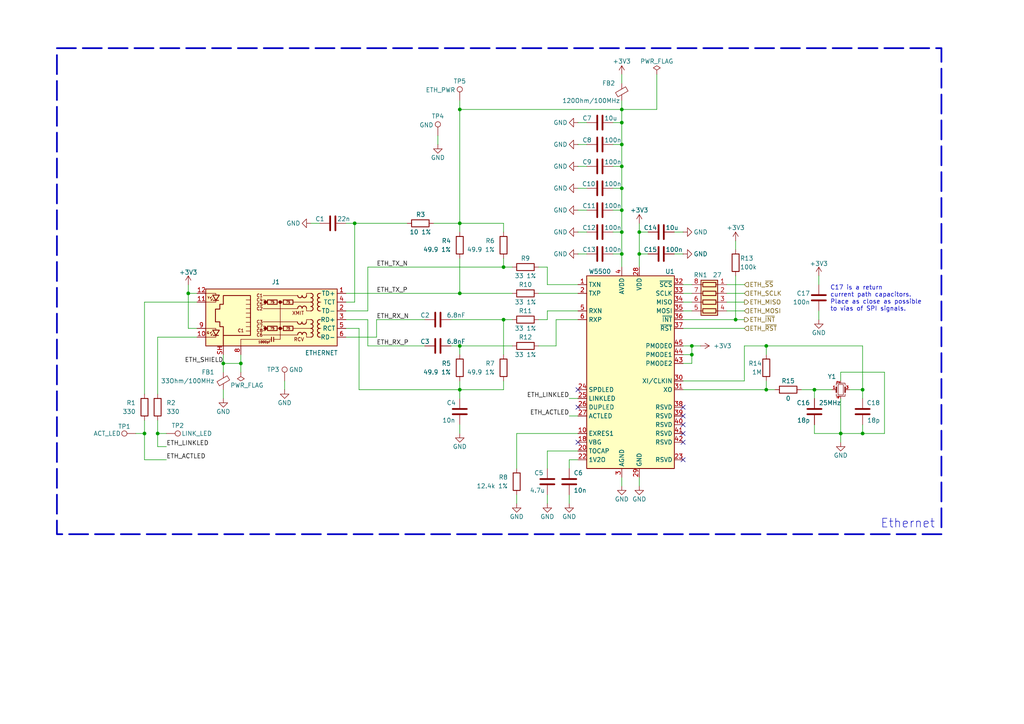
<source format=kicad_sch>
(kicad_sch (version 20231120) (generator "eeschema") (generator_version "8.0")
  (paper "A4")
  (title_block (title "YukaLink rev. D") (date "2024-10-23") (comment 2 "Designed by: Dmitry Rezvanov (https://github.com/Misaka0x2730)"))
  (lib_symbols
    (symbol "Connector:RJ45_Hanrun_HR911105A_Horizontal"
      (property "Reference" "J" (at 18.415 10.16 0))
      (property "Value" "RJ45_Hanrun_HR911105A_Horizontal" (at -19.05 10.16 0))
      (symbol "RJ45_Hanrun_HR911105A_Horizontal_0_0"
        (circle (center -1.27 -2.54) (radius 0.0001) (stroke (width 0.508)))
        (circle (center -1.27 5.08) (radius 0.0001) (stroke (width 0.508)))
        (polyline (pts (xy -1.27 5.08) (xy -1.27 -5.715)))
        (polyline (pts (xy 0.635 -5.08) (xy 0.635 -6.35)) (stroke (width 0.254)))
        (polyline (pts (xy 1.27 -5.08) (xy 1.27 -6.35)) (stroke (width 0.254)))
        (polyline (pts (xy 3.048 -2.54) (xy 2.54 -2.54)))
        (polyline (pts (xy 3.048 5.08) (xy 2.54 5.08)))
        (polyline (pts (xy 17.399 -3.048) (xy 17.399 -2.54) (xy 20.32 -2.54)))
        (polyline (pts (xy 17.399 7.112) (xy 17.399 7.62) (xy 20.32 7.62)))
        (polyline (pts (xy 20.32 -5.08) (xy 17.399 -5.08) (xy 17.399 -4.572)))
        (polyline (pts (xy 20.32 5.08) (xy 17.399 5.08) (xy 17.399 5.588)))
        (polyline (pts (xy 3.683 -1.905) (xy 3.048 -1.905) (xy 3.048 -3.175) (xy 3.683 -3.175)))
        (polyline (pts (xy 3.683 5.715) (xy 3.048 5.715) (xy 3.048 4.445) (xy 3.683 4.445)))
        (circle (center 3.048 -2.54) (radius 0.0001) (stroke (width 0.508)))
        (circle (center 3.048 5.08) (radius 0.0001) (stroke (width 0.508)))
        (text "C1" (at 4.699 6.985 0) (effects (font (size 0.889 0.889))))
        (text "C1" (at 10.16 -3.175 0) (effects (font (size 0.889 0.889))))
        (text "C2" (at 4.699 3.175 0) (effects (font (size 0.889 0.889))))
        (text "C3" (at 4.699 -0.635 0) (effects (font (size 0.889 0.889))))
        (text "C4" (at 4.699 5.715 0) (effects (font (size 0.889 0.889))))
        (text "C5" (at 4.699 4.445 0) (effects (font (size 0.889 0.889))))
        (text "C6" (at 4.699 -4.445 0) (effects (font (size 0.889 0.889))))
        (text "C7" (at 4.699 -1.905 0) (effects (font (size 0.889 0.889))))
        (text "C8" (at 4.699 -3.175 0) (effects (font (size 0.889 0.889))))
        (text "RCV" (at -8.255 -5.715 0) (effects (font (size 1.016 1.016)) (justify left)))
        (text "XMIT" (at -8.255 1.905 0) (effects (font (size 1.016 1.016)) (justify left)))
      )
      (symbol "RJ45_Hanrun_HR911105A_Horizontal_0_1"
        (rectangle (start -17.78 8.89) (end 20.32 -7.62) (stroke (width 0.254)) (fill (type background)))
        (polyline (pts (xy -12.7 -5.08) (xy -13.081 -5.08)))
        (polyline (pts (xy -12.7 -2.54) (xy -13.081 -2.54)))
        (polyline (pts (xy -12.7 0) (xy -13.081 0)))
        (polyline (pts (xy -12.7 2.54) (xy -13.081 2.54)))
        (polyline (pts (xy -12.7 5.08) (xy -13.081 5.08)))
        (polyline (pts (xy -12.7 7.62) (xy -13.081 7.62)))
        (polyline (pts (xy -6.35 -4.445) (xy 3.683 -4.445)))
        (polyline (pts (xy -6.35 3.175) (xy 3.683 3.175)))
        (polyline (pts (xy -6.35 6.985) (xy 3.683 6.985)))
        (polyline (pts (xy -6.223 -0.635) (xy 3.683 -0.635)))
        (polyline (pts (xy -5.08 -2.54) (xy -10.16 -2.54)))
        (polyline (pts (xy -4.953 5.08) (xy -10.16 5.08)))
        (polyline (pts (xy -2.159 -2.54) (xy -0.381 -2.54)))
        (polyline (pts (xy -2.159 5.08) (xy -0.381 5.08)))
        (polyline (pts (xy 0.635 -5.715) (xy -1.27 -5.715)))
        (polyline (pts (xy 7.366 -2.032) (xy 8.636 -2.032)))
        (polyline (pts (xy 7.366 -0.762) (xy 8.636 -0.762)))
        (polyline (pts (xy 7.366 0.635) (xy 8.636 0.635)))
        (polyline (pts (xy 7.366 1.905) (xy 8.636 1.905)))
        (polyline (pts (xy 7.366 3.175) (xy 8.636 3.175)))
        (polyline (pts (xy 8.636 -3.302) (xy 7.366 -3.302)))
        (polyline (pts (xy 8.636 4.445) (xy 7.366 4.445)))
        (polyline (pts (xy 8.636 5.715) (xy 7.366 5.715)))
        (polyline (pts (xy 10.16 -5.715) (xy 1.27 -5.715)))
        (polyline (pts (xy 10.16 -5.715) (xy 10.16 -7.62)))
        (polyline (pts (xy -10.16 0) (xy -8.89 0) (xy -8.89 -0.635)))
        (polyline (pts (xy -10.16 7.62) (xy -8.89 7.62) (xy -8.89 6.985)))
        (polyline (pts (xy -8.89 -4.445) (xy -8.89 -5.08) (xy -10.16 -5.08)))
        (polyline (pts (xy -8.89 3.175) (xy -8.89 2.54) (xy -10.16 2.54)))
      )
      (symbol "RJ45_Hanrun_HR911105A_Horizontal_1_0"
        (text "1000pF" (at 3.302 -6.477 0) (effects (font (size 0.635 0.635))))
      )
      (symbol "RJ45_Hanrun_HR911105A_Horizontal_1_1"
        (arc (start -12.7 -1.27) (mid -12.0677 -0.635) (end -12.7 0) (stroke (width 0.254)))
        (arc (start -12.6973 -5.08) (mid -12.065 -4.445) (end -12.6973 -3.81) (stroke (width 0.254)))
        (arc (start -12.6973 -3.81) (mid -12.065 -3.175) (end -12.6973 -2.54) (stroke (width 0.254)))
        (arc (start -12.6973 -2.54) (mid -12.065 -1.905) (end -12.6973 -1.27) (stroke (width 0.254)))
        (arc (start -12.6973 6.35) (mid -12.065 6.985) (end -12.6973 7.62) (stroke (width 0.254)))
        (arc (start -12.6946 2.54) (mid -12.0623 3.175) (end -12.6946 3.81) (stroke (width 0.254)))
        (arc (start -12.6946 3.81) (mid -12.0623 4.445) (end -12.6946 5.08) (stroke (width 0.254)))
        (arc (start -12.6946 5.08) (mid -12.0623 5.715) (end -12.6946 6.35) (stroke (width 0.254)))
        (arc (start -10.1654 -2.54) (mid -10.7977 -3.175) (end -10.1654 -3.81) (stroke (width 0.254)))
        (arc (start -10.1654 -1.27) (mid -10.7977 -1.905) (end -10.1654 -2.54) (stroke (width 0.254)))
        (arc (start -10.1654 0) (mid -10.7977 -0.635) (end -10.1654 -1.27) (stroke (width 0.254)))
        (arc (start -10.1654 5.08) (mid -10.7977 4.445) (end -10.1654 3.81) (stroke (width 0.254)))
        (arc (start -10.1654 6.35) (mid -10.7977 5.715) (end -10.1654 5.08) (stroke (width 0.254)))
        (arc (start -10.1654 7.62) (mid -10.7977 6.985) (end -10.1654 6.35) (stroke (width 0.254)))
        (arc (start -10.1627 -3.81) (mid -10.795 -4.445) (end -10.1627 -5.08) (stroke (width 0.254)))
        (arc (start -10.1627 3.81) (mid -10.795 3.175) (end -10.1627 2.54) (stroke (width 0.254)))
        (arc (start -8.89 6.9823) (mid -8.255 6.35) (end -7.62 6.9823) (stroke (width 0.254)))
        (arc (start -8.8265 -0.7012) (mid -8.1915 -1.3335) (end -7.5565 -0.7012) (stroke (width 0.254)))
        (arc (start -7.62 -4.3153) (mid -8.255 -3.683) (end -8.89 -4.3153) (stroke (width 0.254)))
        (arc (start -7.62 3.3047) (mid -8.255 3.937) (end -8.89 3.3047) (stroke (width 0.254)))
        (arc (start -7.62 6.985) (mid -6.985 6.3527) (end -6.35 6.985) (stroke (width 0.254)))
        (arc (start -7.5565 -0.6985) (mid -6.9215 -1.3308) (end -6.2865 -0.6985) (stroke (width 0.254)))
        (arc (start -6.35 -4.3126) (mid -6.985 -3.6803) (end -7.62 -4.3126) (stroke (width 0.254)))
        (arc (start -6.35 3.3074) (mid -6.985 3.9397) (end -7.62 3.3074) (stroke (width 0.254)))
        (rectangle (start -4.953 -1.905) (end -2.159 -3.175) (stroke (width 0.254)))
        (rectangle (start -4.953 5.715) (end -2.159 4.445) (stroke (width 0.254)))
        (rectangle (start -0.381 -1.905) (end 2.413 -3.175) (stroke (width 0.254)))
        (rectangle (start -0.381 5.715) (end 2.413 4.445) (stroke (width 0.254)))
        (polyline (pts (xy 15.24 -7.62) (xy 15.24 -4.572)) (stroke (width 0.254)))
        (polyline (pts (xy 18.161 -4.572) (xy 16.637 -4.572)) (stroke (width 0.254)))
        (polyline (pts (xy 18.161 5.588) (xy 16.637 5.588)) (stroke (width 0.254)))
        (polyline (pts (xy 18.796 -4.572) (xy 18.796 -4.318)))
        (polyline (pts (xy 18.796 5.588) (xy 18.796 5.842)))
        (polyline (pts (xy 19.05 -3.937) (xy 19.05 -3.683)))
        (polyline (pts (xy 19.05 6.223) (xy 19.05 6.477)))
        (polyline (pts (xy 18.288 -4.064) (xy 18.796 -4.572) (xy 18.542 -4.572)))
        (polyline (pts (xy 18.288 6.096) (xy 18.796 5.588) (xy 18.542 5.588)))
        (polyline (pts (xy 18.542 -3.429) (xy 19.05 -3.937) (xy 18.796 -3.937)))
        (polyline (pts (xy 18.542 6.731) (xy 19.05 6.223) (xy 18.796 6.223)))
        (polyline (pts (xy 18.288 -3.048) (xy 16.383 -3.048) (xy 17.399 -4.572) (xy 18.288 -3.048)) (stroke (width 0.254)))
        (polyline (pts (xy 18.288 7.112) (xy 16.383 7.112) (xy 17.399 5.588) (xy 18.288 7.112)) (stroke (width 0.254)))
        (polyline (pts (xy 7.366 -4.572) (xy 7.366 6.985) (xy 15.24 6.985) (xy 15.24 4.445) (xy 16.256 4.445) (xy 16.256 3.048) (xy 17.526 3.048) (xy 17.526 -0.635) (xy 16.256 -0.635) (xy 16.256 -2.032) (xy 15.24 -2.032) (xy 15.24 -4.572) (xy 7.366 -4.572)) (stroke (width 0.254)))
        (text "75" (at -3.556 -2.54 0) (effects (font (size 0.635 0.635))))
        (text "75" (at -3.556 5.08 0) (effects (font (size 0.635 0.635))))
        (text "75" (at 1.016 -2.54 0) (effects (font (size 0.635 0.635))))
        (text "75" (at 1.016 5.08 0) (effects (font (size 0.635 0.635))))
        (text "G" (at 19.685 -3.81 0) (effects (font (size 0.635 0.635))))
        (text "Y" (at 19.558 6.35 0) (effects (font (size 0.635 0.635))))
        (pin passive line (at -20.32 7.62 0) (length 2.54) (name "TD+") (number "1"))
        (pin passive line (at 22.86 -5.08 180) (length 2.54) (name "") (number "10"))
        (pin passive line (at 22.86 5.08 180) (length 2.54) (name "") (number "11"))
        (pin passive line (at 22.86 7.62 180) (length 2.54) (name "") (number "12"))
        (pin passive line (at -20.32 2.54 0) (length 2.54) (name "TD-") (number "2"))
        (pin passive line (at -20.32 0 0) (length 2.54) (name "RD+") (number "3"))
        (pin passive line (at -20.32 5.08 0) (length 2.54) (name "TCT") (number "4"))
        (pin passive line (at -20.32 -2.54 0) (length 2.54) (name "RCT") (number "5"))
        (pin passive line (at -20.32 -5.08 0) (length 2.54) (name "RD-") (number "6"))
        (pin no_connect line (at 20.32 0 0) (length 0) hide (name "NC") (number "7"))
        (pin power_in line (at 10.16 -10.16 90) (length 2.54) (name "") (number "8"))
        (pin passive line (at 22.86 -2.54 180) (length 2.54) (name "") (number "9"))
        (pin passive line (at 15.24 -10.16 90) (length 2.54) (name "") (number "SH"))
      )
    )
    (symbol "Connector:TestPoint" (pin_numbers hide) (pin_names (offset 0.762) hide)
      (property "Reference" "TP" (at 0 6.858 0))
      (property "Value" "TestPoint" (at 0 5.08 0))
      (symbol "TestPoint_0_1"
        (circle (center 0 3.302) (radius 0.762))
      )
      (symbol "TestPoint_1_1"
        (pin passive line (at 0 0 90) (length 2.54) (name "1") (number "1"))
      )
    )
    (symbol "Device:C" (pin_numbers hide) (pin_names (offset 0.254))
      (property "Reference" "C" (at 0.635 2.54 0))
      (property "Value" "C" (at 0.635 -2.54 0))
      (symbol "C_0_1"
        (polyline (pts (xy -2.032 -0.762) (xy 2.032 -0.762)) (stroke (width 0.508)))
        (polyline (pts (xy -2.032 0.762) (xy 2.032 0.762)) (stroke (width 0.508)))
      )
      (symbol "C_1_1"
        (pin passive line (at 0 3.81 270) (length 2.794) (name "~") (number "1"))
        (pin passive line (at 0 -3.81 90) (length 2.794) (name "~") (number "2"))
      )
    )
    (symbol "Device:Crystal_GND24_Small" (pin_names (offset 1.016) hide)
      (property "Reference" "Y" (at 1.27 4.445 0))
      (property "Value" "Crystal_GND24_Small" (at 1.27 2.54 0))
      (symbol "Crystal_GND24_Small_0_1"
        (rectangle (start -0.762 -1.524) (end 0.762 1.524))
        (polyline (pts (xy -1.27 -0.762) (xy -1.27 0.762)) (stroke (width 0.381)))
        (polyline (pts (xy 1.27 -0.762) (xy 1.27 0.762)) (stroke (width 0.381)))
        (polyline (pts (xy -1.27 -1.27) (xy -1.27 -1.905) (xy 1.27 -1.905) (xy 1.27 -1.27)))
        (polyline (pts (xy -1.27 1.27) (xy -1.27 1.905) (xy 1.27 1.905) (xy 1.27 1.27)))
      )
      (symbol "Crystal_GND24_Small_1_1"
        (pin passive line (at -2.54 0 0) (length 1.27) (name "1") (number "1"))
        (pin passive line (at 0 -2.54 90) (length 0.635) (name "2") (number "2"))
        (pin passive line (at 2.54 0 180) (length 1.27) (name "3") (number "3"))
        (pin passive line (at 0 2.54 270) (length 0.635) (name "4") (number "4"))
      )
    )
    (symbol "Device:FerriteBead_Small" (pin_numbers hide) (pin_names (offset 0))
      (property "Reference" "FB" (at 1.905 1.27 0))
      (property "Value" "FerriteBead_Small" (at 1.905 -1.27 0))
      (symbol "FerriteBead_Small_0_1"
        (polyline (pts (xy 0 -1.27) (xy 0 -0.7874)))
        (polyline (pts (xy 0 0.889) (xy 0 1.2954)))
        (polyline (pts (xy -1.8288 0.2794) (xy -1.1176 1.4986) (xy 1.8288 -0.2032) (xy 1.1176 -1.4224) (xy -1.8288 0.2794)))
      )
      (symbol "FerriteBead_Small_1_1"
        (pin passive line (at 0 2.54 270) (length 1.27) (name "~") (number "1"))
        (pin passive line (at 0 -2.54 90) (length 1.27) (name "~") (number "2"))
      )
    )
    (symbol "Device:R" (pin_numbers hide) (pin_names (offset 0))
      (property "Reference" "R" (at 2.032 0 90))
      (property "Value" "R" (at 0 0 90))
      (symbol "R_0_1"
        (rectangle (start -1.016 -2.54) (end 1.016 2.54) (stroke (width 0.254)))
      )
      (symbol "R_1_1"
        (pin passive line (at 0 3.81 270) (length 1.27) (name "~") (number "1"))
        (pin passive line (at 0 -3.81 90) (length 1.27) (name "~") (number "2"))
      )
    )
    (symbol "Device:R_Pack04" (pin_names (offset 0) hide)
      (property "Reference" "RN" (at -7.62 0 90))
      (property "Value" "R_Pack04" (at 5.08 0 90))
      (symbol "R_Pack04_0_1"
        (rectangle (start -6.35 -2.413) (end 3.81 2.413) (stroke (width 0.254)) (fill (type background)))
        (rectangle (start -5.715 1.905) (end -4.445 -1.905) (stroke (width 0.254)))
        (rectangle (start -3.175 1.905) (end -1.905 -1.905) (stroke (width 0.254)))
        (rectangle (start -0.635 1.905) (end 0.635 -1.905) (stroke (width 0.254)))
        (polyline (pts (xy -5.08 -2.54) (xy -5.08 -1.905)))
        (polyline (pts (xy -5.08 1.905) (xy -5.08 2.54)))
        (polyline (pts (xy -2.54 -2.54) (xy -2.54 -1.905)))
        (polyline (pts (xy -2.54 1.905) (xy -2.54 2.54)))
        (polyline (pts (xy 0 -2.54) (xy 0 -1.905)))
        (polyline (pts (xy 0 1.905) (xy 0 2.54)))
        (polyline (pts (xy 2.54 -2.54) (xy 2.54 -1.905)))
        (polyline (pts (xy 2.54 1.905) (xy 2.54 2.54)))
        (rectangle (start 1.905 1.905) (end 3.175 -1.905) (stroke (width 0.254)))
      )
      (symbol "R_Pack04_1_1"
        (pin passive line (at -5.08 -5.08 90) (length 2.54) (name "R1.1") (number "1"))
        (pin passive line (at -2.54 -5.08 90) (length 2.54) (name "R2.1") (number "2"))
        (pin passive line (at 0 -5.08 90) (length 2.54) (name "R3.1") (number "3"))
        (pin passive line (at 2.54 -5.08 90) (length 2.54) (name "R4.1") (number "4"))
        (pin passive line (at 2.54 5.08 270) (length 2.54) (name "R4.2") (number "5"))
        (pin passive line (at 0 5.08 270) (length 2.54) (name "R3.2") (number "6"))
        (pin passive line (at -2.54 5.08 270) (length 2.54) (name "R2.2") (number "7"))
        (pin passive line (at -5.08 5.08 270) (length 2.54) (name "R1.2") (number "8"))
      )
    )
    (symbol "Interface_Ethernet:W5500"
      (property "Reference" "U" (at -11.43 29.21 0))
      (property "Value" "W5500" (at 8.89 29.21 0))
      (symbol "W5500_0_1"
        (rectangle (start -12.7 27.94) (end 12.7 -27.94) (stroke (width 0.254)) (fill (type background)))
      )
      (symbol "W5500_1_1"
        (pin output line (at 15.24 25.4 180) (length 2.54) (name "TXN") (number "1"))
        (pin passive line (at 15.24 -17.78 180) (length 2.54) (name "EXRES1") (number "10"))
        (pin passive line (at 2.54 30.48 270) (length 2.54) hide (name "AVDD") (number "11"))
        (pin no_connect line (at 12.7 7.62 180) (length 2.54) hide (name "NC") (number "12"))
        (pin no_connect line (at 12.7 5.08 180) (length 2.54) hide (name "NC") (number "13"))
        (pin passive line (at 2.54 -30.48 90) (length 2.54) hide (name "AGND") (number "14"))
        (pin passive line (at 2.54 30.48 270) (length 2.54) hide (name "AVDD") (number "15"))
        (pin passive line (at 2.54 -30.48 90) (length 2.54) hide (name "AGND") (number "16"))
        (pin passive line (at 2.54 30.48 270) (length 2.54) hide (name "AVDD") (number "17"))
        (pin passive line (at 15.24 -20.32 180) (length 2.54) (name "VBG") (number "18"))
        (pin passive line (at 2.54 -30.48 90) (length 2.54) hide (name "AGND") (number "19"))
        (pin output line (at 15.24 22.86 180) (length 2.54) (name "TXP") (number "2"))
        (pin passive line (at 15.24 -22.86 180) (length 2.54) (name "TOCAP") (number "20"))
        (pin passive line (at 2.54 30.48 270) (length 2.54) hide (name "AVDD") (number "21"))
        (pin output line (at 15.24 -25.4 180) (length 2.54) (name "1V2O") (number "22"))
        (pin input line (at -15.24 -25.4 0) (length 2.54) (name "RSVD") (number "23"))
        (pin output line (at 15.24 -5.08 180) (length 2.54) (name "SPDLED") (number "24"))
        (pin output line (at 15.24 -7.62 180) (length 2.54) (name "LINKLED") (number "25"))
        (pin output line (at 15.24 -10.16 180) (length 2.54) (name "DUPLED") (number "26"))
        (pin output line (at 15.24 -12.7 180) (length 2.54) (name "ACTLED") (number "27"))
        (pin power_in line (at -2.54 30.48 270) (length 2.54) (name "VDD") (number "28"))
        (pin power_in line (at -2.54 -30.48 90) (length 2.54) (name "GND") (number "29"))
        (pin power_in line (at 2.54 -30.48 90) (length 2.54) (name "AGND") (number "3"))
        (pin input line (at -15.24 -2.54 0) (length 2.54) (name "XI/CLKIN") (number "30"))
        (pin output line (at -15.24 -5.08 0) (length 2.54) (name "XO") (number "31"))
        (pin input line (at -15.24 25.4 0) (length 2.54) (name "~{SCS}") (number "32"))
        (pin input line (at -15.24 22.86 0) (length 2.54) (name "SCLK") (number "33"))
        (pin output line (at -15.24 20.32 0) (length 2.54) (name "MISO") (number "34"))
        (pin input line (at -15.24 17.78 0) (length 2.54) (name "MOSI") (number "35"))
        (pin input line (at -15.24 15.24 0) (length 2.54) (name "~{INT}") (number "36"))
        (pin input line (at -15.24 12.7 0) (length 2.54) (name "~{RST}") (number "37"))
        (pin input line (at -15.24 -10.16 0) (length 2.54) (name "RSVD") (number "38"))
        (pin input line (at -15.24 -12.7 0) (length 2.54) (name "RSVD") (number "39"))
        (pin power_in line (at 2.54 30.48 270) (length 2.54) (name "AVDD") (number "4"))
        (pin input line (at -15.24 -15.24 0) (length 2.54) (name "RSVD") (number "40"))
        (pin input line (at -15.24 -17.78 0) (length 2.54) (name "RSVD") (number "41"))
        (pin input line (at -15.24 -20.32 0) (length 2.54) (name "RSVD") (number "42"))
        (pin input line (at -15.24 2.54 0) (length 2.54) (name "PMODE2") (number "43"))
        (pin input line (at -15.24 5.08 0) (length 2.54) (name "PMODE1") (number "44"))
        (pin input line (at -15.24 7.62 0) (length 2.54) (name "PMODE0") (number "45"))
        (pin no_connect line (at 12.7 2.54 180) (length 2.54) hide (name "NC") (number "46"))
        (pin no_connect line (at 12.7 0 180) (length 2.54) hide (name "NC") (number "47"))
        (pin passive line (at 2.54 -30.48 90) (length 2.54) hide (name "AGND") (number "48"))
        (pin input line (at 15.24 17.78 180) (length 2.54) (name "RXN") (number "5"))
        (pin input line (at 15.24 15.24 180) (length 2.54) (name "RXP") (number "6"))
        (pin no_connect line (at 12.7 10.16 180) (length 2.54) hide (name "DNC") (number "7"))
        (pin passive line (at 2.54 30.48 270) (length 2.54) hide (name "AVDD") (number "8"))
        (pin passive line (at 2.54 -30.48 90) (length 2.54) hide (name "AGND") (number "9"))
      )
    )
    (symbol "power:+3V3" (power) (pin_numbers hide) (pin_names (offset 0) hide)
      (property "Value" "+3V3" (at 0 3.556 0))
      (symbol "+3V3_0_1"
        (polyline (pts (xy -0.762 1.27) (xy 0 2.54)))
        (polyline (pts (xy 0 0) (xy 0 2.54)))
        (polyline (pts (xy 0 2.54) (xy 0.762 1.27)))
      )
      (symbol "+3V3_1_1"
        (pin power_in line (at 0 0 90) (length 0) (name "~") (number "1"))
      )
    )
    (symbol "power:GND" (power) (pin_numbers hide) (pin_names (offset 0) hide)
      (property "Value" "GND" (at 0 -3.81 0))
      (symbol "GND_0_1"
        (polyline (pts (xy 0 0) (xy 0 -1.27) (xy 1.27 -1.27) (xy 0 -2.54) (xy -1.27 -1.27) (xy 0 -1.27)))
      )
      (symbol "GND_1_1"
        (pin power_in line (at 0 0 270) (length 0) (name "~") (number "1"))
      )
    )
    (symbol "power:PWR_FLAG" (power) (pin_numbers hide) (pin_names (offset 0) hide)
      (property "Value" "PWR_FLAG" (at 0 3.81 0))
      (symbol "PWR_FLAG_0_0"
        (pin power_out line (at 0 0 90) (length 0) (name "~") (number "1"))
      )
      (symbol "PWR_FLAG_0_1"
        (polyline (pts (xy 0 0) (xy 0 1.27) (xy -1.016 1.905) (xy 0 2.54) (xy 1.016 1.905) (xy 0 1.27)))
      )
    )
  )
  (junction (at 133.35 85.09) (diameter 0.9144))
  (junction (at 146.05 77.47) (diameter 0.9144))
  (junction (at 213.36 92.71))
  (junction (at 146.05 92.71) (diameter 0.9144))
  (junction (at 250.19 113.03) (diameter 0.9144))
  (junction (at 133.35 100.33) (diameter 0.9144))
  (junction (at 180.34 35.56) (diameter 0.9144))
  (junction (at 243.84 125.73) (diameter 0.9144))
  (junction (at 102.87 64.77) (diameter 0.9144))
  (junction (at 133.35 113.03) (diameter 0.9144))
  (junction (at 133.35 31.75) (diameter 0.9144))
  (junction (at 133.35 64.77) (diameter 0.9144))
  (junction (at 185.42 73.66) (diameter 0.9144))
  (junction (at 180.34 60.96) (diameter 0.9144))
  (junction (at 180.34 41.91) (diameter 0.9144))
  (junction (at 180.34 48.26) (diameter 0.9144))
  (junction (at 200.66 102.87) (diameter 0.9144))
  (junction (at 222.25 100.33) (diameter 0.9144))
  (junction (at 222.25 113.03) (diameter 0.9144))
  (junction (at 54.61 85.09) (diameter 0.9144))
  (junction (at 236.22 113.03) (diameter 0.9144))
  (junction (at 180.34 31.75) (diameter 0.9144))
  (junction (at 200.66 100.33) (diameter 0.9144))
  (junction (at 69.85 105.41))
  (junction (at 41.91 125.73) (diameter 0.9144))
  (junction (at 64.77 105.41))
  (junction (at 45.72 125.73) (diameter 0.9144))
  (junction (at 180.34 73.66) (diameter 0.9144))
  (junction (at 185.42 67.31) (diameter 0.9144))
  (junction (at 180.34 54.61) (diameter 0.9144))
  (junction (at 250.19 125.73) (diameter 0.9144))
  (junction (at 180.34 67.31) (diameter 0.9144))
  (no_connect (at 198.12 123.19))
  (no_connect (at 167.64 118.11))
  (no_connect (at 167.64 128.27))
  (no_connect (at 167.64 113.03))
  (no_connect (at 198.12 118.11))
  (no_connect (at 198.12 120.65))
  (no_connect (at 198.12 128.27))
  (no_connect (at 198.12 125.73))
  (no_connect (at 198.12 133.35))
  (wire (pts (xy 167.64 85.09) (xy 156.21 85.09)))
  (wire (pts (xy 161.29 100.33) (xy 156.21 100.33)))
  (wire (pts (xy 48.26 129.54) (xy 45.72 129.54)))
  (wire (pts (xy 54.61 82.55) (xy 54.61 85.09)))
  (wire (pts (xy 210.82 85.09) (xy 215.9 85.09)))
  (wire (pts (xy 165.1 135.89) (xy 165.1 133.35)))
  (wire (pts (xy 39.37 125.73) (xy 41.91 125.73)))
  (wire (pts (xy 256.54 125.73) (xy 250.19 125.73)))
  (wire (pts (xy 41.91 121.92) (xy 41.91 125.73)))
  (wire (pts (xy 48.26 133.35) (xy 41.91 133.35)))
  (wire (pts (xy 158.75 90.17) (xy 158.75 92.71)))
  (wire (pts (xy 109.22 97.79) (xy 100.33 97.79)))
  (wire (pts (xy 148.59 77.47) (xy 146.05 77.47)))
  (wire (pts (xy 210.82 87.63) (xy 215.9 87.63)))
  (wire (pts (xy 123.19 100.33) (xy 106.68 100.33)))
  (wire (pts (xy 237.49 90.17) (xy 237.49 92.71)))
  (wire (pts (xy 133.35 74.93) (xy 133.35 85.09)))
  (wire (pts (xy 241.3 113.03) (xy 236.22 113.03)))
  (wire (pts (xy 167.64 120.65) (xy 165.1 120.65)))
  (wire (pts (xy 41.91 114.3) (xy 41.91 87.63)))
  (wire (pts (xy 82.55 110.49) (xy 82.55 113.03)))
  (wire (pts (xy 222.25 100.33) (xy 222.25 102.87)))
  (wire (pts (xy 106.68 100.33) (xy 106.68 92.71)))
  (wire (pts (xy 200.66 90.17) (xy 198.12 90.17)))
  (wire (pts (xy 185.42 64.77) (xy 185.42 67.31)))
  (wire (pts (xy 170.18 35.56) (xy 167.64 35.56)))
  (wire (pts (xy 104.14 95.25) (xy 100.33 95.25)))
  (wire (pts (xy 213.36 80.01) (xy 213.36 92.71)))
  (wire (pts (xy 180.34 77.47) (xy 180.34 73.66)))
  (wire (pts (xy 133.35 100.33) (xy 133.35 102.87)))
  (wire (pts (xy 146.05 77.47) (xy 146.05 74.93)))
  (wire (pts (xy 198.12 105.41) (xy 200.66 105.41)))
  (wire (pts (xy 200.66 102.87) (xy 198.12 102.87)))
  (wire (pts (xy 146.05 92.71) (xy 130.81 92.71)))
  (wire (pts (xy 200.66 87.63) (xy 198.12 87.63)))
  (wire (pts (xy 45.72 125.73) (xy 45.72 129.54)))
  (wire (pts (xy 236.22 125.73) (xy 236.22 123.19)))
  (wire (pts (xy 149.86 143.51) (xy 149.86 146.05)))
  (wire (pts (xy 45.72 125.73) (xy 48.26 125.73)))
  (wire (pts (xy 180.34 60.96) (xy 180.34 54.61)))
  (wire (pts (xy 158.75 77.47) (xy 156.21 77.47)))
  (wire (pts (xy 180.34 73.66) (xy 177.8 73.66)))
  (wire (pts (xy 180.34 73.66) (xy 180.34 67.31)))
  (wire (pts (xy 177.8 35.56) (xy 180.34 35.56)))
  (wire (pts (xy 165.1 143.51) (xy 165.1 146.05)))
  (wire (pts (xy 180.34 67.31) (xy 180.34 60.96)))
  (wire (pts (xy 200.66 82.55) (xy 198.12 82.55)))
  (wire (pts (xy 190.5 31.75) (xy 190.5 21.59)))
  (wire (pts (xy 256.54 107.95) (xy 256.54 125.73)))
  (wire (pts (xy 243.84 125.73) (xy 243.84 128.27)))
  (wire (pts (xy 187.96 73.66) (xy 185.42 73.66)))
  (wire (pts (xy 167.64 90.17) (xy 158.75 90.17)))
  (wire (pts (xy 180.34 35.56) (xy 180.34 31.75)))
  (wire (pts (xy 146.05 113.03) (xy 133.35 113.03)))
  (wire (pts (xy 243.84 125.73) (xy 236.22 125.73)))
  (wire (pts (xy 165.1 133.35) (xy 167.64 133.35)))
  (wire (pts (xy 148.59 100.33) (xy 133.35 100.33)))
  (wire (pts (xy 236.22 113.03) (xy 236.22 115.57)))
  (wire (pts (xy 45.72 97.79) (xy 45.72 114.3)))
  (wire (pts (xy 180.34 31.75) (xy 133.35 31.75)))
  (wire (pts (xy 180.34 21.59) (xy 180.34 24.13)))
  (wire (pts (xy 64.77 105.41) (xy 64.77 107.95)))
  (wire (pts (xy 167.64 82.55) (xy 158.75 82.55)))
  (wire (pts (xy 185.42 77.47) (xy 185.42 73.66)))
  (wire (pts (xy 180.34 35.56) (xy 180.34 41.91)))
  (wire (pts (xy 167.64 92.71) (xy 161.29 92.71)))
  (wire (pts (xy 158.75 82.55) (xy 158.75 77.47)))
  (wire (pts (xy 109.22 92.71) (xy 109.22 97.79)))
  (wire (pts (xy 250.19 113.03) (xy 250.19 115.57)))
  (wire (pts (xy 167.64 73.66) (xy 170.18 73.66)))
  (wire (pts (xy 180.34 60.96) (xy 177.8 60.96)))
  (wire (pts (xy 167.64 125.73) (xy 149.86 125.73)))
  (wire (pts (xy 224.79 113.03) (xy 222.25 113.03)))
  (wire (pts (xy 213.36 92.71) (xy 198.12 92.71)))
  (wire (pts (xy 200.66 102.87) (xy 200.66 100.33)))
  (wire (pts (xy 243.84 125.73) (xy 250.19 125.73)))
  (wire (pts (xy 100.33 85.09) (xy 133.35 85.09)))
  (wire (pts (xy 45.72 97.79) (xy 57.15 97.79)))
  (wire (pts (xy 185.42 73.66) (xy 185.42 67.31)))
  (wire (pts (xy 243.84 110.49) (xy 243.84 107.95)))
  (wire (pts (xy 167.64 41.91) (xy 170.18 41.91)))
  (wire (pts (xy 158.75 92.71) (xy 156.21 92.71)))
  (wire (pts (xy 246.38 113.03) (xy 250.19 113.03)))
  (wire (pts (xy 69.85 105.41) (xy 69.85 107.95)))
  (wire (pts (xy 200.66 105.41) (xy 200.66 102.87)))
  (wire (pts (xy 198.12 73.66) (xy 195.58 73.66)))
  (wire (pts (xy 133.35 64.77) (xy 125.73 64.77)))
  (wire (pts (xy 250.19 125.73) (xy 250.19 123.19)))
  (wire (pts (xy 64.77 105.41) (xy 69.85 105.41)))
  (wire (pts (xy 127 39.37) (xy 127 41.91)))
  (wire (pts (xy 92.71 64.77) (xy 90.17 64.77)))
  (wire (pts (xy 64.77 113.03) (xy 64.77 115.57)))
  (wire (pts (xy 210.82 82.55) (xy 215.9 82.55)))
  (wire (pts (xy 133.35 64.77) (xy 133.35 67.31)))
  (wire (pts (xy 133.35 113.03) (xy 104.14 113.03)))
  (wire (pts (xy 198.12 67.31) (xy 195.58 67.31)))
  (wire (pts (xy 210.82 90.17) (xy 215.9 90.17)))
  (wire (pts (xy 243.84 115.57) (xy 243.84 125.73)))
  (wire (pts (xy 133.35 29.21) (xy 133.35 31.75)))
  (wire (pts (xy 133.35 123.19) (xy 133.35 125.73)))
  (wire (pts (xy 149.86 125.73) (xy 149.86 135.89)))
  (wire (pts (xy 203.2 100.33) (xy 200.66 100.33)))
  (wire (pts (xy 243.84 107.95) (xy 256.54 107.95)))
  (wire (pts (xy 106.68 92.71) (xy 100.33 92.71)))
  (wire (pts (xy 250.19 113.03) (xy 250.19 100.33)))
  (wire (pts (xy 180.34 48.26) (xy 180.34 41.91)))
  (wire (pts (xy 250.19 100.33) (xy 222.25 100.33)))
  (wire (pts (xy 104.14 113.03) (xy 104.14 95.25)))
  (wire (pts (xy 222.25 100.33) (xy 215.9 100.33)))
  (wire (pts (xy 158.75 130.81) (xy 158.75 135.89)))
  (wire (pts (xy 180.34 41.91) (xy 177.8 41.91)))
  (wire (pts (xy 180.34 138.43) (xy 180.34 140.97)))
  (wire (pts (xy 215.9 110.49) (xy 198.12 110.49)))
  (wire (pts (xy 41.91 87.63) (xy 57.15 87.63)))
  (wire (pts (xy 180.34 54.61) (xy 180.34 48.26)))
  (wire (pts (xy 167.64 67.31) (xy 170.18 67.31)))
  (wire (pts (xy 146.05 92.71) (xy 146.05 102.87)))
  (wire (pts (xy 215.9 92.71) (xy 213.36 92.71)))
  (wire (pts (xy 185.42 67.31) (xy 187.96 67.31)))
  (wire (pts (xy 146.05 67.31) (xy 146.05 64.77)))
  (wire (pts (xy 64.77 102.87) (xy 64.77 105.41)))
  (wire (pts (xy 200.66 100.33) (xy 198.12 100.33)))
  (wire (pts (xy 215.9 95.25) (xy 198.12 95.25)))
  (wire (pts (xy 133.35 100.33) (xy 130.81 100.33)))
  (wire (pts (xy 167.64 54.61) (xy 170.18 54.61)))
  (wire (pts (xy 167.64 60.96) (xy 170.18 60.96)))
  (wire (pts (xy 222.25 110.49) (xy 222.25 113.03)))
  (wire (pts (xy 222.25 113.03) (xy 198.12 113.03)))
  (wire (pts (xy 161.29 92.71) (xy 161.29 100.33)))
  (wire (pts (xy 158.75 143.51) (xy 158.75 146.05)))
  (wire (pts (xy 167.64 48.26) (xy 170.18 48.26)))
  (wire (pts (xy 180.34 67.31) (xy 177.8 67.31)))
  (wire (pts (xy 106.68 90.17) (xy 106.68 77.47)))
  (wire (pts (xy 146.05 110.49) (xy 146.05 113.03)))
  (wire (pts (xy 185.42 138.43) (xy 185.42 140.97)))
  (wire (pts (xy 100.33 90.17) (xy 106.68 90.17)))
  (wire (pts (xy 215.9 100.33) (xy 215.9 110.49)))
  (wire (pts (xy 133.35 31.75) (xy 133.35 64.77)))
  (wire (pts (xy 213.36 69.85) (xy 213.36 72.39)))
  (wire (pts (xy 167.64 130.81) (xy 158.75 130.81)))
  (wire (pts (xy 148.59 85.09) (xy 133.35 85.09)))
  (wire (pts (xy 45.72 121.92) (xy 45.72 125.73)))
  (wire (pts (xy 102.87 64.77) (xy 100.33 64.77)))
  (wire (pts (xy 180.34 29.21) (xy 180.34 31.75)))
  (wire (pts (xy 41.91 125.73) (xy 41.91 133.35)))
  (wire (pts (xy 167.64 115.57) (xy 165.1 115.57)))
  (wire (pts (xy 180.34 54.61) (xy 177.8 54.61)))
  (wire (pts (xy 57.15 95.25) (xy 54.61 95.25)))
  (wire (pts (xy 146.05 77.47) (xy 106.68 77.47)))
  (wire (pts (xy 133.35 113.03) (xy 133.35 110.49)))
  (wire (pts (xy 237.49 80.01) (xy 237.49 82.55)))
  (wire (pts (xy 133.35 113.03) (xy 133.35 115.57)))
  (wire (pts (xy 180.34 48.26) (xy 177.8 48.26)))
  (wire (pts (xy 102.87 87.63) (xy 100.33 87.63)))
  (wire (pts (xy 180.34 31.75) (xy 190.5 31.75)))
  (wire (pts (xy 102.87 64.77) (xy 102.87 87.63)))
  (wire (pts (xy 123.19 92.71) (xy 109.22 92.71)))
  (wire (pts (xy 54.61 85.09) (xy 57.15 85.09)))
  (wire (pts (xy 236.22 113.03) (xy 232.41 113.03)))
  (wire (pts (xy 148.59 92.71) (xy 146.05 92.71)))
  (wire (pts (xy 200.66 85.09) (xy 198.12 85.09)))
  (wire (pts (xy 69.85 102.87) (xy 69.85 105.41)))
  (wire (pts (xy 118.11 64.77) (xy 102.87 64.77)))
  (wire (pts (xy 54.61 95.25) (xy 54.61 85.09)))
  (wire (pts (xy 146.05 64.77) (xy 133.35 64.77)))
  (rectangle (start 16.51 13.97) (end 273.05 154.94) (stroke (width 0.5) (type dash)))
  (text "C17 is a return\ncurrent path capacitors.\nPlace as close as possible\nto vias of SPI signals." (at 240.792 86.614 0) (effects (font (size 1.27 1.27)) (justify left)))
  (text "Ethernet" (at 271.272 153.416 0) (effects (font (size 2.54 2.54)) (justify right bottom)))
  (label "ETH_RX_N" (at 109.22 92.71 0))
  (label "ETH_SHIELD" (at 64.77 105.41 180))
  (label "ETH_LINKLED" (at 48.26 129.54 0))
  (label "ETH_TX_N" (at 109.22 77.47 0))
  (label "ETH_TX_P" (at 109.22 85.09 0))
  (label "ETH_ACTLED" (at 48.26 133.35 0))
  (label "ETH_LINKLED" (at 165.1 115.57 180))
  (label "ETH_ACTLED" (at 165.1 120.65 180))
  (label "ETH_RX_P" (at 109.22 100.33 0))
  (hierarchical_label "ETH_SCLK" (shape input) (at 215.9 85.09 0))
  (hierarchical_label "ETH_MISO" (shape output) (at 215.9 87.63 0))
  (hierarchical_label "ETH_~{SS}" (shape input) (at 215.9 82.55 0))
  (hierarchical_label "ETH_~{INT}" (shape output) (at 215.9 92.71 0))
  (hierarchical_label "ETH_MOSI" (shape input) (at 215.9 90.17 0))
  (hierarchical_label "ETH_~{RST}" (shape input) (at 215.9 95.25 0))
  (symbol (lib_id "power:GND") (at 237.49 92.71 0) (unit 1)
    (property "Reference" "#PWR026" (effects (hide yes)))
    (property "Value" "GND" (at 237.49 96.52 0))
    (property "Description" "Power symbol creates a global label with name \"GND\" , ground" (effects (hide yes)))
  )
  (symbol (lib_id "power:PWR_FLAG") (at 190.5 21.59 0) (unit 1)
    (property "Reference" "#FLG02" (effects (hide yes)))
    (property "Value" "PWR_FLAG" (at 190.5 17.78 0))
  )
  (symbol (lib_id "power:GND") (at 180.34 140.97 0) (mirror y) (unit 1)
    (property "Reference" "#PWR018" (effects (hide yes)))
    (property "Value" "GND" (at 180.34 144.78 0))
  )
  (symbol (lib_id "Device:R") (at 45.72 118.11 180) (unit 1)
    (property "Reference" "R2" (at 48.26 116.8399 0) (effects (justify right)))
    (property "Value" "330" (at 48.26 119.3799 0) (effects (justify right)))
    (property "Footprint" "Resistor_SMD:R_0402_1005Metric" (effects (hide yes)))
    (property "LCSC" "C25104" (effects (hide yes)))
    (property "Part Number" "0402WGF3300TCE" (effects (hide yes)))
  )
  (symbol (lib_id "Device:R") (at 152.4 85.09 270) (mirror x) (unit 1)
    (property "Reference" "R10" (at 152.4 82.55 90))
    (property "Value" "33 1%" (at 152.4 87.63 90))
    (property "Footprint" "Resistor_SMD:R_0603_1608Metric" (effects (hide yes)))
    (property "LCSC" "C23140" (effects (hide yes)))
    (property "Part Number" "0603WAF330JT5E" (effects (hide yes)))
  )
  (symbol (lib_id "power:GND") (at 198.12 67.31 90) (mirror x) (unit 1)
    (property "Reference" "#PWR021" (effects (hide yes)))
    (property "Value" "GND" (at 203.2 67.31 90))
  )
  (symbol (lib_id "Device:R") (at 146.05 71.12 0) (mirror y) (unit 1)
    (property "Reference" "R6" (at 143.51 69.8499 0) (effects (justify left)))
    (property "Value" "49.9 1%" (at 143.51 72.3899 0) (effects (justify left)))
    (property "Footprint" "Resistor_SMD:R_0603_1608Metric" (effects (hide yes)))
    (property "LCSC" "C114625" (effects (hide yes)))
    (property "Part Number" "RC0603FR-0749R9L" (effects (hide yes)))
  )
  (symbol (lib_id "power:GND") (at 167.64 54.61 270) (mirror x) (unit 1)
    (property "Reference" "#PWR013" (effects (hide yes)))
    (property "Value" "GND" (at 162.56 54.61 90))
  )
  (symbol (lib_id "Device:C") (at 250.19 119.38 0) (mirror y) (unit 1)
    (property "Reference" "C18" (at 255.27 116.8399 0) (effects (justify left)))
    (property "Value" "18p" (at 255.27 121.9199 0) (effects (justify left)))
    (property "Footprint" "Capacitor_SMD:C_0402_1005Metric" (effects (hide yes)))
    (property "LCSC" "C1549" (effects (hide yes)))
    (property "Part Number" "0402CG180J500NT" (effects (hide yes)))
  )
  (symbol (lib_id "Connector:TestPoint") (at 39.37 125.73 90) (unit 1)
    (property "Reference" "TP1" (at 36.068 123.698 90))
    (property "Value" "ACT_LED" (at 35.052 125.73 90) (effects (justify left)))
    (property "Footprint" "TestPoint:TestPoint_Pad_D1.0mm" (effects (hide yes)))
  )
  (symbol (lib_id "Device:R") (at 213.36 76.2 0) (unit 1)
    (property "Reference" "R13" (at 214.63 74.93 0) (effects (justify left)))
    (property "Value" "100k" (at 214.63 77.47 0) (effects (justify left)))
    (property "Footprint" "Resistor_SMD:R_0402_1005Metric" (effects (hide yes)))
    (property "Description" "Resistor" (effects (hide yes)))
    (property "Part Number" "RC0402FR-07100KL" (effects (hide yes)))
    (property "LCSC" "C25741" (effects (hide yes)))
  )
  (symbol (lib_id "Device:C") (at 173.99 35.56 90) (unit 1)
    (property "Reference" "C7" (at 168.9101 34.29 90) (effects (justify right)))
    (property "Value" "10u" (at 175.2601 34.29 90) (effects (justify right)))
    (property "Footprint" "Capacitor_SMD:C_0603_1608Metric" (effects (hide yes)))
    (property "LCSC" "C19702" (effects (hide yes)))
    (property "Part Number" "CL10A106KP8NNNC" (effects (hide yes)))
  )
  (symbol (lib_id "Connector:RJ45_Hanrun_HR911105A_Horizontal") (at 80.01 92.71 0) (mirror y) (unit 1)
    (property "Reference" "J1" (at 80.01 81.788 0))
    (property "Value" "ETHERNET" (at 93.218 102.362 0))
    (property "Footprint" "Connector_RJ:RJ45_Hanrun_HR911105A_Horizontal" (effects (hide yes)))
    (property "Datasheet" "https://datasheet.lcsc.com/lcsc/1811141815_HANRUN-Zhongshan-HanRun-Elec-HR911105A_C12074.pdf" (effects (hide yes)))
    (property "Description" "1 Port RJ45 Magjack Connector Through Hole 10/100 Base-T, AutoMDIX" (effects (hide yes)))
    (property "Part Number" "HR911105A" (effects (hide yes)))
  )
  (symbol (lib_id "Device:FerriteBead_Small") (at 64.77 110.49 0) (mirror y) (unit 1)
    (property "Reference" "FB1" (at 62.23 107.95 0) (effects (justify left)))
    (property "Value" "33Ohm/100MHz" (at 62.23 110.49 0) (effects (justify left)))
    (property "Footprint" "Inductor_SMD:L_0603_1608Metric" (effects (hide yes)))
    (property "Description" "Ferrite bead, small symbol" (effects (hide yes)))
    (property "Part Number" "BLM18PG330SN1D" (effects (hide yes)))
    (property "LCSC" "C88984" (effects (hide yes)))
  )
  (symbol (lib_id "Device:C") (at 127 100.33 90) (unit 1)
    (property "Reference" "C3" (at 121.9201 99.06 90) (effects (justify right)))
    (property "Value" "6.8nF" (at 129.5401 99.06 90) (effects (justify right)))
    (property "Footprint" "Capacitor_SMD:C_0402_1005Metric" (effects (hide yes)))
    (property "LCSC" "C1542" (effects (hide yes)))
    (property "Part Number" "0402B682K500NT" (effects (hide yes)))
  )
  (symbol (lib_id "Device:R_Pack04") (at 205.74 87.63 90) (mirror x) (unit 1)
    (property "Reference" "RN1" (at 203.2 79.756 90))
    (property "Value" "27" (at 208.026 79.756 90))
    (property "Footprint" "Resistor_SMD:R_Array_Concave_4x0402" (effects (hide yes)))
    (property "Description" "4 resistor network, parallel topology" (effects (hide yes)))
    (property "LCSC" "C2006" (effects (hide yes)))
    (property "Part Number" "RC-MT08W270JT " (effects (hide yes)))
  )
  (symbol (lib_id "power:GND") (at 127 41.91 0) (mirror y) (unit 1)
    (property "Reference" "#PWR05" (effects (hide yes)))
    (property "Value" "GND" (at 127 45.72 0))
  )
  (symbol (lib_id "Connector:TestPoint") (at 48.26 125.73 270) (mirror x) (unit 1)
    (property "Reference" "TP2" (at 51.562 123.444 90))
    (property "Value" "LINK_LED" (at 52.6416 125.73 90) (effects (justify left)))
    (property "Footprint" "TestPoint:TestPoint_Pad_D1.0mm" (effects (hide yes)))
  )
  (symbol (lib_id "Device:C") (at 236.22 119.38 0) (mirror y) (unit 1)
    (property "Reference" "C16" (at 234.95 116.8399 0) (effects (justify left)))
    (property "Value" "18p" (at 234.95 121.9199 0) (effects (justify left)))
    (property "Footprint" "Capacitor_SMD:C_0402_1005Metric" (effects (hide yes)))
    (property "LCSC" "C1549" (effects (hide yes)))
    (property "Part Number" "0402CG180J500NT" (effects (hide yes)))
  )
  (symbol (lib_id "Connector:TestPoint") (at 127 39.37 0) (mirror y) (unit 1)
    (property "Reference" "TP4" (at 127 33.7184 0))
    (property "Value" "GND" (at 125.73 36.2584 0) (effects (justify left)))
    (property "Footprint" "TestPoint:TestPoint_Pad_D1.0mm" (effects (hide yes)))
  )
  (symbol (lib_id "Device:FerriteBead_Small") (at 180.34 26.67 0) (mirror y) (unit 1)
    (property "Reference" "FB2" (at 176.53 24.13 0))
    (property "Value" "120Ohm/100MHz" (at 171.45 29.21 0))
    (property "Footprint" "Inductor_SMD:L_0603_1608Metric" (effects (hide yes)))
    (property "Part Number" "BLM18KG121TN1D" (effects (hide yes)))
    (property "LCSC" "C85831" (effects (hide yes)))
  )
  (symbol (lib_id "Interface_Ethernet:W5500") (at 182.88 107.95 0) (mirror y) (unit 1)
    (property "Reference" "U1" (at 194.31 78.74 0))
    (property "Value" "W5500" (at 173.99 78.74 0))
    (property "Footprint" "Package_QFP:LQFP-48_7x7mm_P0.5mm" (effects (hide yes)))
    (property "Datasheet" "http://wizwiki.net/wiki/lib/exe/fetch.php/products:w5500:w5500_ds_v109e.pdf" (effects (hide yes)))
    (property "LCSC" "C32843" (effects (hide yes)))
    (property "Part Number" "W5500" (effects (hide yes)))
  )
  (symbol (lib_id "Connector:TestPoint") (at 82.55 110.49 0) (mirror y) (unit 1)
    (property "Reference" "TP3" (at 79.248 107.188 0))
    (property "Value" "GND" (at 83.82 107.95 0) (effects (justify right bottom)))
    (property "Footprint" "TestPoint:TestPoint_Pad_D1.0mm" (effects (hide yes)))
    (property "Description" "test point" (effects (hide yes)))
  )
  (symbol (lib_id "power:GND") (at 82.55 113.03 0) (unit 1)
    (property "Reference" "#PWR03" (effects (hide yes)))
    (property "Value" "GND" (at 82.55 116.84 0))
    (property "Description" "Power symbol creates a global label with name \"GND\" , ground" (effects (hide yes)))
  )
  (symbol (lib_id "Device:R") (at 152.4 92.71 270) (mirror x) (unit 1)
    (property "Reference" "R11" (at 152.4 90.17 90))
    (property "Value" "33 1%" (at 152.4 95.25 90))
    (property "Footprint" "Resistor_SMD:R_0603_1608Metric" (effects (hide yes)))
    (property "LCSC" "C23140" (effects (hide yes)))
    (property "Part Number" "0603WAF330JT5E" (effects (hide yes)))
  )
  (symbol (lib_id "Device:C") (at 96.52 64.77 90) (unit 1)
    (property "Reference" "C1" (at 91.4401 63.5 90) (effects (justify right)))
    (property "Value" "22n" (at 97.7901 63.5 90) (effects (justify right)))
    (property "Footprint" "Capacitor_SMD:C_0402_1005Metric" (effects (hide yes)))
    (property "LCSC" "C1532" (effects (hide yes)))
    (property "Part Number" "0402B223K500NT" (effects (hide yes)))
  )
  (symbol (lib_id "Device:C") (at 173.99 41.91 90) (unit 1)
    (property "Reference" "C8" (at 168.9101 40.64 90) (effects (justify right)))
    (property "Value" "100n" (at 175.2601 40.64 90) (effects (justify right)))
    (property "Footprint" "Capacitor_SMD:C_0402_1005Metric" (effects (hide yes)))
    (property "LCSC" "C1525" (effects (hide yes)))
    (property "Part Number" "CC0402KRX7R7BB104" (effects (hide yes)))
  )
  (symbol (lib_id "Device:R") (at 146.05 106.68 0) (mirror y) (unit 1)
    (property "Reference" "R7" (at 143.51 105.4099 0) (effects (justify left)))
    (property "Value" "49.9 1%" (at 143.51 107.9499 0) (effects (justify left)))
    (property "Footprint" "Resistor_SMD:R_0603_1608Metric" (effects (hide yes)))
    (property "LCSC" "C114625" (effects (hide yes)))
    (property "Part Number" "RC0603FR-0749R9L" (effects (hide yes)))
  )
  (symbol (lib_id "power:GND") (at 90.17 64.77 270) (mirror x) (unit 1)
    (property "Reference" "#PWR04" (effects (hide yes)))
    (property "Value" "GND" (at 85.09 64.77 90))
  )
  (symbol (lib_id "Device:R") (at 152.4 100.33 270) (mirror x) (unit 1)
    (property "Reference" "R12" (at 152.4 97.79 90))
    (property "Value" "33 1%" (at 152.4 102.87 90))
    (property "Footprint" "Resistor_SMD:R_0603_1608Metric" (effects (hide yes)))
    (property "LCSC" "C23140" (effects (hide yes)))
    (property "Part Number" "0603WAF330JT5E" (effects (hide yes)))
  )
  (symbol (lib_id "power:GND") (at 167.64 48.26 270) (mirror x) (unit 1)
    (property "Reference" "#PWR012" (effects (hide yes)))
    (property "Value" "GND" (at 162.56 48.26 90))
  )
  (symbol (lib_id "power:GND") (at 198.12 73.66 90) (mirror x) (unit 1)
    (property "Reference" "#PWR022" (effects (hide yes)))
    (property "Value" "GND" (at 203.2 73.66 90))
  )
  (symbol (lib_id "Device:R") (at 133.35 106.68 0) (mirror y) (unit 1)
    (property "Reference" "R5" (at 130.81 105.4099 0) (effects (justify left)))
    (property "Value" "49.9 1%" (at 130.81 107.9499 0) (effects (justify left)))
    (property "Footprint" "Resistor_SMD:R_0603_1608Metric" (effects (hide yes)))
    (property "LCSC" "C114625" (effects (hide yes)))
    (property "Part Number" "RC0603FR-0749R9L" (effects (hide yes)))
  )
  (symbol (lib_id "Device:C") (at 173.99 73.66 90) (unit 1)
    (property "Reference" "C13" (at 168.9101 72.39 90) (effects (justify right)))
    (property "Value" "100n" (at 175.2601 72.39 90) (effects (justify right)))
    (property "Footprint" "Capacitor_SMD:C_0402_1005Metric" (effects (hide yes)))
    (property "LCSC" "C1525" (effects (hide yes)))
    (property "Part Number" "CC0402KRX7R7BB104" (effects (hide yes)))
  )
  (symbol (lib_id "Device:C") (at 173.99 48.26 90) (unit 1)
    (property "Reference" "C9" (at 168.9101 46.99 90) (effects (justify right)))
    (property "Value" "100n" (at 175.2601 46.99 90) (effects (justify right)))
    (property "Footprint" "Capacitor_SMD:C_0402_1005Metric" (effects (hide yes)))
    (property "LCSC" "C1525" (effects (hide yes)))
    (property "Part Number" "CC0402KRX7R7BB104" (effects (hide yes)))
  )
  (symbol (lib_id "power:GND") (at 64.77 115.57 0) (mirror y) (unit 1)
    (property "Reference" "#PWR02" (effects (hide yes)))
    (property "Value" "GND" (at 64.77 119.38 0))
    (property "Description" "Power symbol creates a global label with name \"GND\" , ground" (effects (hide yes)))
  )
  (symbol (lib_id "power:+3V3") (at 237.49 80.01 0) (unit 1)
    (property "Reference" "#PWR025" (effects (hide yes)))
    (property "Value" "+3V3" (at 237.49 76.454 0))
    (property "Description" "Power symbol creates a global label with name \"+3V3\"" (effects (hide yes)))
  )
  (symbol (lib_id "Device:C") (at 173.99 60.96 90) (unit 1)
    (property "Reference" "C11" (at 168.9101 59.69 90) (effects (justify right)))
    (property "Value" "100n" (at 175.2601 59.69 90) (effects (justify right)))
    (property "Footprint" "Capacitor_SMD:C_0402_1005Metric" (effects (hide yes)))
    (property "LCSC" "C1525" (effects (hide yes)))
    (property "Part Number" "CC0402KRX7R7BB104" (effects (hide yes)))
  )
  (symbol (lib_id "Device:C") (at 127 92.71 90) (unit 1)
    (property "Reference" "C2" (at 121.9201 91.44 90) (effects (justify right)))
    (property "Value" "6.8nF" (at 129.5401 91.44 90) (effects (justify right)))
    (property "Footprint" "Capacitor_SMD:C_0402_1005Metric" (effects (hide yes)))
    (property "LCSC" "C1542" (effects (hide yes)))
    (property "Part Number" "0402B682K500NT" (effects (hide yes)))
  )
  (symbol (lib_id "power:+3V3") (at 185.42 64.77 0) (mirror y) (unit 1)
    (property "Reference" "#PWR019" (effects (hide yes)))
    (property "Value" "+3V3" (at 185.42 60.96 0))
  )
  (symbol (lib_id "Device:C") (at 237.49 86.36 0) (unit 1)
    (property "Reference" "C17" (at 234.95 85.09 0) (effects (justify right)))
    (property "Value" "100n" (at 234.95 87.63 0) (effects (justify right)))
    (property "Footprint" "Capacitor_SMD:C_0402_1005Metric" (effects (hide yes)))
    (property "Description" "Unpolarized capacitor" (effects (hide yes)))
    (property "Part Number" "CC0402KRX7R7BB104" (effects (hide yes)))
    (property "LCSC" "C1525" (effects (hide yes)))
  )
  (symbol (lib_id "power:+3V3") (at 213.36 69.85 0) (unit 1)
    (property "Reference" "#PWR024" (effects (hide yes)))
    (property "Value" "+3V3" (at 213.36 66.04 0))
    (property "Description" "Power symbol creates a global label with name \"+3V3\"" (effects (hide yes)))
  )
  (symbol (lib_id "Device:C") (at 191.77 67.31 90) (unit 1)
    (property "Reference" "C14" (at 186.6901 66.04 90) (effects (justify right)))
    (property "Value" "10u" (at 193.0401 66.04 90) (effects (justify right)))
    (property "Footprint" "Capacitor_SMD:C_0603_1608Metric" (effects (hide yes)))
    (property "LCSC" "C19702" (effects (hide yes)))
    (property "Part Number" "CL10A106KP8NNNC" (effects (hide yes)))
  )
  (symbol (lib_id "Device:C") (at 133.35 119.38 0) (mirror y) (unit 1)
    (property "Reference" "C4" (at 129.54 116.8401 0) (effects (justify right)))
    (property "Value" "10n" (at 128.27 121.9201 0) (effects (justify right)))
    (property "Footprint" "Capacitor_SMD:C_0402_1005Metric" (effects (hide yes)))
    (property "LCSC" "C15195" (effects (hide yes)))
    (property "Part Number" "CC0402KRX7R9BB103" (effects (hide yes)))
  )
  (symbol (lib_id "power:GND") (at 167.64 73.66 270) (mirror x) (unit 1)
    (property "Reference" "#PWR016" (effects (hide yes)))
    (property "Value" "GND" (at 162.56 73.66 90))
  )
  (symbol (lib_id "power:GND") (at 167.64 41.91 270) (mirror x) (unit 1)
    (property "Reference" "#PWR011" (effects (hide yes)))
    (property "Value" "GND" (at 162.56 41.91 90))
  )
  (symbol (lib_id "power:GND") (at 243.84 128.27 0) (mirror y) (unit 1)
    (property "Reference" "#PWR027" (effects (hide yes)))
    (property "Value" "GND" (at 243.84 132.08 0))
  )
  (symbol (lib_id "Device:R") (at 152.4 77.47 270) (mirror x) (unit 1)
    (property "Reference" "R9" (at 152.4 74.93 90))
    (property "Value" "33 1%" (at 152.4 80.01 90))
    (property "Footprint" "Resistor_SMD:R_0603_1608Metric" (effects (hide yes)))
    (property "LCSC" "C23140" (effects (hide yes)))
    (property "Part Number" "0603WAF330JT5E" (effects (hide yes)))
  )
  (symbol (lib_id "Device:R") (at 133.35 71.12 0) (mirror y) (unit 1)
    (property "Reference" "R4" (at 130.81 69.8499 0) (effects (justify left)))
    (property "Value" "49.9 1%" (at 130.81 72.3899 0) (effects (justify left)))
    (property "Footprint" "Resistor_SMD:R_0603_1608Metric" (effects (hide yes)))
    (property "LCSC" "C114625" (effects (hide yes)))
    (property "Part Number" "RC0603FR-0749R9L" (effects (hide yes)))
  )
  (symbol (lib_id "Device:Crystal_GND24_Small") (at 243.84 113.03 0) (mirror x) (unit 1)
    (property "Reference" "Y1" (at 240.03 109.2201 0) (effects (justify left)))
    (property "Value" "25MHz" (at 237.49 116.8401 0) (effects (justify left)))
    (property "Footprint" "Crystal:Crystal_SMD_3225-4Pin_3.2x2.5mm" (effects (hide yes)))
    (property "LCSC" "C9006" (effects (hide yes)))
    (property "Part Number" "X322525MOB4SI" (effects (hide yes)))
  )
  (symbol (lib_id "power:GND") (at 167.64 60.96 270) (mirror x) (unit 1)
    (property "Reference" "#PWR014" (effects (hide yes)))
    (property "Value" "GND" (at 162.56 60.96 90))
  )
  (symbol (lib_id "power:GND") (at 133.35 125.73 0) (mirror y) (unit 1)
    (property "Reference" "#PWR06" (effects (hide yes)))
    (property "Value" "GND" (at 133.35 129.54 0))
  )
  (symbol (lib_id "Device:R") (at 121.92 64.77 270) (mirror x) (unit 1)
    (property "Reference" "R3" (at 120.6501 62.23 90) (effects (justify left)))
    (property "Value" "10 1%" (at 121.9201 67.31 90))
    (property "Footprint" "Resistor_SMD:R_0603_1608Metric" (effects (hide yes)))
    (property "LCSC" "C22859" (effects (hide yes)))
    (property "Part Number" "0603WAF100JT5E" (effects (hide yes)))
  )
  (symbol (lib_id "power:GND") (at 167.64 35.56 270) (mirror x) (unit 1)
    (property "Reference" "#PWR010" (effects (hide yes)))
    (property "Value" "GND" (at 162.56 35.56 90))
  )
  (symbol (lib_id "power:PWR_FLAG") (at 69.85 107.95 180) (unit 1)
    (property "Reference" "#FLG01" (effects (hide yes)))
    (property "Value" "PWR_FLAG" (at 71.628 111.76 0))
    (property "Description" "Special symbol for telling ERC where power comes from" (effects (hide yes)))
  )
  (symbol (lib_id "Device:C") (at 173.99 67.31 90) (unit 1)
    (property "Reference" "C12" (at 168.9101 66.04 90) (effects (justify right)))
    (property "Value" "100n" (at 175.2601 66.04 90) (effects (justify right)))
    (property "Footprint" "Capacitor_SMD:C_0402_1005Metric" (effects (hide yes)))
    (property "LCSC" "C1525" (effects (hide yes)))
    (property "Part Number" "CC0402KRX7R7BB104" (effects (hide yes)))
  )
  (symbol (lib_id "power:GND") (at 149.86 146.05 0) (mirror y) (unit 1)
    (property "Reference" "#PWR07" (effects (hide yes)))
    (property "Value" "GND" (at 149.86 149.86 0))
  )
  (symbol (lib_id "power:GND") (at 185.42 140.97 0) (mirror y) (unit 1)
    (property "Reference" "#PWR020" (effects (hide yes)))
    (property "Value" "GND" (at 185.42 144.78 0))
  )
  (symbol (lib_id "Connector:TestPoint") (at 133.35 29.21 0) (mirror y) (unit 1)
    (property "Reference" "TP5" (at 133.35 23.5584 0))
    (property "Value" "ETH_PWR" (at 132.08 26.0984 0) (effects (justify left)))
    (property "Footprint" "TestPoint:TestPoint_Pad_D1.0mm" (effects (hide yes)))
  )
  (symbol (lib_id "Device:R") (at 149.86 139.7 0) (mirror y) (unit 1)
    (property "Reference" "R8" (at 147.32 138.4299 0) (effects (justify left)))
    (property "Value" "12.4k 1%" (at 147.32 140.9699 0) (effects (justify left)))
    (property "Footprint" "Resistor_SMD:R_0402_1005Metric" (effects (hide yes)))
    (property "LCSC" "C11692" (effects (hide yes)))
    (property "Part Number" "0402WGF1242TCE" (effects (hide yes)))
  )
  (symbol (lib_id "Device:C") (at 158.75 139.7 0) (mirror y) (unit 1)
    (property "Reference" "C5" (at 154.94 137.1601 0) (effects (justify right)))
    (property "Value" "4.7u" (at 153.67 142.2401 0) (effects (justify right)))
    (property "Footprint" "Capacitor_SMD:C_0603_1608Metric" (effects (hide yes)))
    (property "LCSC" "C19666" (effects (hide yes)))
    (property "Part Number" "CL10A475KO8NNNC" (effects (hide yes)))
  )
  (symbol (lib_id "power:+3V3") (at 54.61 82.55 0) (unit 1)
    (property "Reference" "#PWR01" (effects (hide yes)))
    (property "Value" "+3V3" (at 54.61 78.994 0))
    (property "Description" "Power symbol creates a global label with name \"+3V3\"" (effects (hide yes)))
  )
  (symbol (lib_id "power:GND") (at 158.75 146.05 0) (mirror y) (unit 1)
    (property "Reference" "#PWR08" (effects (hide yes)))
    (property "Value" "GND" (at 158.75 149.86 0))
  )
  (symbol (lib_id "power:GND") (at 167.64 67.31 270) (mirror x) (unit 1)
    (property "Reference" "#PWR015" (effects (hide yes)))
    (property "Value" "GND" (at 162.56 67.31 90))
  )
  (symbol (lib_id "Device:C") (at 191.77 73.66 90) (unit 1)
    (property "Reference" "C15" (at 186.6901 72.39 90) (effects (justify right)))
    (property "Value" "100n" (at 193.0401 72.39 90) (effects (justify right)))
    (property "Footprint" "Capacitor_SMD:C_0402_1005Metric" (effects (hide yes)))
    (property "LCSC" "C1525" (effects (hide yes)))
    (property "Part Number" "CC0402KRX7R7BB104" (effects (hide yes)))
  )
  (symbol (lib_id "power:GND") (at 165.1 146.05 0) (mirror y) (unit 1)
    (property "Reference" "#PWR09" (effects (hide yes)))
    (property "Value" "GND" (at 165.1 149.86 0))
  )
  (symbol (lib_id "Device:R") (at 222.25 106.68 0) (mirror y) (unit 1)
    (property "Reference" "R14" (at 220.98 105.4099 0) (effects (justify left)))
    (property "Value" "1M" (at 220.98 107.9499 0) (effects (justify left)))
    (property "Footprint" "Resistor_SMD:R_0402_1005Metric" (effects (hide yes)))
    (property "LCSC" "C138033" (effects (hide yes)))
    (property "Part Number" "RC0402FR-071ML" (effects (hide yes)))
  )
  (symbol (lib_id "Device:R") (at 41.91 118.11 0) (mirror y) (unit 1)
    (property "Reference" "R1" (at 39.37 116.8399 0) (effects (justify left)))
    (property "Value" "330" (at 39.37 119.3799 0) (effects (justify left)))
    (property "Footprint" "Resistor_SMD:R_0402_1005Metric" (effects (hide yes)))
    (property "LCSC" "C25104" (effects (hide yes)))
    (property "Part Number" "0402WGF3300TCE" (effects (hide yes)))
  )
  (symbol (lib_id "power:+3V3") (at 180.34 21.59 0) (mirror y) (unit 1)
    (property "Reference" "#PWR017" (effects (hide yes)))
    (property "Value" "+3V3" (at 180.34 17.78 0))
  )
  (symbol (lib_id "power:+3V3") (at 203.2 100.33 270) (mirror x) (unit 1)
    (property "Reference" "#PWR023" (effects (hide yes)))
    (property "Value" "+3V3" (at 209.55 100.33 90))
  )
  (symbol (lib_id "Device:R") (at 228.6 113.03 270) (mirror x) (unit 1)
    (property "Reference" "R15" (at 228.6 110.49 90))
    (property "Value" "0" (at 228.6 115.57 90))
    (property "Footprint" "Resistor_SMD:R_0402_1005Metric" (effects (hide yes)))
    (property "LCSC" "C17168" (effects (hide yes)))
    (property "Part Number" "0402WGF0000TCE" (effects (hide yes)))
  )
  (symbol (lib_id "Device:C") (at 165.1 139.7 0) (mirror y) (unit 1)
    (property "Reference" "C6" (at 166.37 137.1601 0) (effects (justify right)))
    (property "Value" "10n" (at 166.37 142.2401 0) (effects (justify right)))
    (property "Footprint" "Capacitor_SMD:C_0402_1005Metric" (effects (hide yes)))
    (property "LCSC" "C15195" (effects (hide yes)))
    (property "Part Number" "CC0402KRX7R9BB103" (effects (hide yes)))
  )
  (symbol (lib_id "Device:C") (at 173.99 54.61 90) (unit 1)
    (property "Reference" "C10" (at 172.7201 53.34 90) (effects (justify left)))
    (property "Value" "100n" (at 175.2601 53.34 90) (effects (justify right)))
    (property "Footprint" "Capacitor_SMD:C_0402_1005Metric" (effects (hide yes)))
    (property "LCSC" "C1525" (effects (hide yes)))
    (property "Part Number" "CC0402KRX7R7BB104" (effects (hide yes)))
  )
)
</source>
